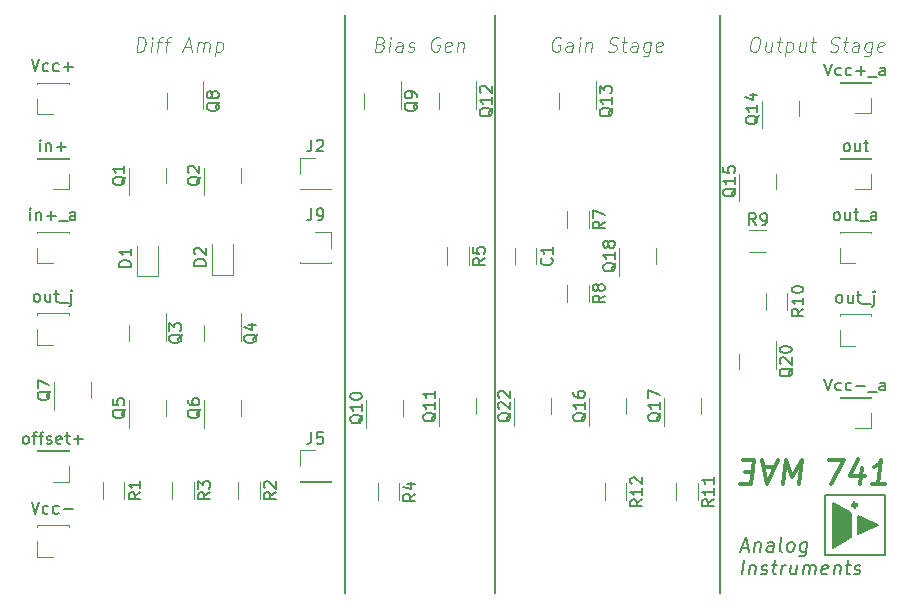
<source format=gto>
%TF.GenerationSoftware,KiCad,Pcbnew,(6.0.10)*%
%TF.CreationDate,2023-05-18T02:01:34+05:30*%
%TF.ProjectId,EVM_741_signal_routing,45564d5f-3734-4315-9f73-69676e616c5f,rev?*%
%TF.SameCoordinates,Original*%
%TF.FileFunction,Legend,Top*%
%TF.FilePolarity,Positive*%
%FSLAX46Y46*%
G04 Gerber Fmt 4.6, Leading zero omitted, Abs format (unit mm)*
G04 Created by KiCad (PCBNEW (6.0.10)) date 2023-05-18 02:01:34*
%MOMM*%
%LPD*%
G01*
G04 APERTURE LIST*
%ADD10C,0.329000*%
%ADD11C,0.150000*%
%ADD12C,0.200000*%
%ADD13C,0.100000*%
%ADD14C,0.300000*%
%ADD15C,0.120000*%
G04 APERTURE END LIST*
D10*
X112483300Y-80213200D02*
G75*
G03*
X112483300Y-80213200I-164500J0D01*
G01*
D11*
G36*
X112014000Y-80899000D02*
G01*
X112014000Y-82931000D01*
X110490000Y-83820000D01*
X110490000Y-80010000D01*
X112014000Y-80899000D01*
G37*
X112014000Y-80899000D02*
X112014000Y-82931000D01*
X110490000Y-83820000D01*
X110490000Y-80010000D01*
X112014000Y-80899000D01*
G36*
X114300000Y-81915000D02*
G01*
X112649000Y-82677000D01*
X112649000Y-81153000D01*
X114300000Y-81915000D01*
G37*
X114300000Y-81915000D02*
X112649000Y-82677000D01*
X112649000Y-81153000D01*
X114300000Y-81915000D01*
X109855000Y-79375000D02*
X114935000Y-79375000D01*
X114935000Y-79375000D02*
X114935000Y-84455000D01*
X114935000Y-84455000D02*
X109855000Y-84455000D01*
X109855000Y-84455000D02*
X109855000Y-79375000D01*
D12*
X102770571Y-83816000D02*
X103342000Y-83816000D01*
X102613428Y-84158857D02*
X103163428Y-82958857D01*
X103413428Y-84158857D01*
X103913428Y-83358857D02*
X103813428Y-84158857D01*
X103899142Y-83473142D02*
X103963428Y-83416000D01*
X104084857Y-83358857D01*
X104256285Y-83358857D01*
X104363428Y-83416000D01*
X104406285Y-83530285D01*
X104327714Y-84158857D01*
X105413428Y-84158857D02*
X105492000Y-83530285D01*
X105449142Y-83416000D01*
X105342000Y-83358857D01*
X105113428Y-83358857D01*
X104992000Y-83416000D01*
X105420571Y-84101714D02*
X105299142Y-84158857D01*
X105013428Y-84158857D01*
X104906285Y-84101714D01*
X104863428Y-83987428D01*
X104877714Y-83873142D01*
X104949142Y-83758857D01*
X105070571Y-83701714D01*
X105356285Y-83701714D01*
X105477714Y-83644571D01*
X106156285Y-84158857D02*
X106049142Y-84101714D01*
X106006285Y-83987428D01*
X106134857Y-82958857D01*
X106784857Y-84158857D02*
X106677714Y-84101714D01*
X106627714Y-84044571D01*
X106584857Y-83930285D01*
X106627714Y-83587428D01*
X106699142Y-83473142D01*
X106763428Y-83416000D01*
X106884857Y-83358857D01*
X107056285Y-83358857D01*
X107163428Y-83416000D01*
X107213428Y-83473142D01*
X107256285Y-83587428D01*
X107213428Y-83930285D01*
X107142000Y-84044571D01*
X107077714Y-84101714D01*
X106956285Y-84158857D01*
X106784857Y-84158857D01*
X108313428Y-83358857D02*
X108192000Y-84330285D01*
X108120571Y-84444571D01*
X108056285Y-84501714D01*
X107934857Y-84558857D01*
X107763428Y-84558857D01*
X107656285Y-84501714D01*
X108220571Y-84101714D02*
X108099142Y-84158857D01*
X107870571Y-84158857D01*
X107763428Y-84101714D01*
X107713428Y-84044571D01*
X107670571Y-83930285D01*
X107713428Y-83587428D01*
X107784857Y-83473142D01*
X107849142Y-83416000D01*
X107970571Y-83358857D01*
X108199142Y-83358857D01*
X108306285Y-83416000D01*
X102784857Y-86090857D02*
X102934857Y-84890857D01*
X103456285Y-85290857D02*
X103356285Y-86090857D01*
X103442000Y-85405142D02*
X103506285Y-85348000D01*
X103627714Y-85290857D01*
X103799142Y-85290857D01*
X103906285Y-85348000D01*
X103949142Y-85462285D01*
X103870571Y-86090857D01*
X104392000Y-86033714D02*
X104499142Y-86090857D01*
X104727714Y-86090857D01*
X104849142Y-86033714D01*
X104920571Y-85919428D01*
X104927714Y-85862285D01*
X104884857Y-85748000D01*
X104777714Y-85690857D01*
X104606285Y-85690857D01*
X104499142Y-85633714D01*
X104456285Y-85519428D01*
X104463428Y-85462285D01*
X104534857Y-85348000D01*
X104656285Y-85290857D01*
X104827714Y-85290857D01*
X104934857Y-85348000D01*
X105342000Y-85290857D02*
X105799142Y-85290857D01*
X105563428Y-84890857D02*
X105434857Y-85919428D01*
X105477714Y-86033714D01*
X105584857Y-86090857D01*
X105699142Y-86090857D01*
X106099142Y-86090857D02*
X106199142Y-85290857D01*
X106170571Y-85519428D02*
X106242000Y-85405142D01*
X106306285Y-85348000D01*
X106427714Y-85290857D01*
X106542000Y-85290857D01*
X107456285Y-85290857D02*
X107356285Y-86090857D01*
X106942000Y-85290857D02*
X106863428Y-85919428D01*
X106906285Y-86033714D01*
X107013428Y-86090857D01*
X107184857Y-86090857D01*
X107306285Y-86033714D01*
X107370571Y-85976571D01*
X107927714Y-86090857D02*
X108027714Y-85290857D01*
X108013428Y-85405142D02*
X108077714Y-85348000D01*
X108199142Y-85290857D01*
X108370571Y-85290857D01*
X108477714Y-85348000D01*
X108520571Y-85462285D01*
X108442000Y-86090857D01*
X108520571Y-85462285D02*
X108592000Y-85348000D01*
X108713428Y-85290857D01*
X108884857Y-85290857D01*
X108992000Y-85348000D01*
X109034857Y-85462285D01*
X108956285Y-86090857D01*
X109992000Y-86033714D02*
X109870571Y-86090857D01*
X109642000Y-86090857D01*
X109534857Y-86033714D01*
X109492000Y-85919428D01*
X109549142Y-85462285D01*
X109620571Y-85348000D01*
X109742000Y-85290857D01*
X109970571Y-85290857D01*
X110077714Y-85348000D01*
X110120571Y-85462285D01*
X110106285Y-85576571D01*
X109520571Y-85690857D01*
X110656285Y-85290857D02*
X110556285Y-86090857D01*
X110642000Y-85405142D02*
X110706285Y-85348000D01*
X110827714Y-85290857D01*
X110999142Y-85290857D01*
X111106285Y-85348000D01*
X111149142Y-85462285D01*
X111070571Y-86090857D01*
X111570571Y-85290857D02*
X112027714Y-85290857D01*
X111792000Y-84890857D02*
X111663428Y-85919428D01*
X111706285Y-86033714D01*
X111813428Y-86090857D01*
X111927714Y-86090857D01*
X112277714Y-86033714D02*
X112384857Y-86090857D01*
X112613428Y-86090857D01*
X112734857Y-86033714D01*
X112806285Y-85919428D01*
X112813428Y-85862285D01*
X112770571Y-85748000D01*
X112663428Y-85690857D01*
X112492000Y-85690857D01*
X112384857Y-85633714D01*
X112342000Y-85519428D01*
X112349142Y-85462285D01*
X112420571Y-85348000D01*
X112542000Y-85290857D01*
X112713428Y-85290857D01*
X112820571Y-85348000D01*
D13*
X103856392Y-40617857D02*
X104084964Y-40617857D01*
X104192107Y-40675000D01*
X104292107Y-40789285D01*
X104320678Y-41017857D01*
X104270678Y-41417857D01*
X104184964Y-41646428D01*
X104056392Y-41760714D01*
X103934964Y-41817857D01*
X103706392Y-41817857D01*
X103599250Y-41760714D01*
X103499250Y-41646428D01*
X103470678Y-41417857D01*
X103520678Y-41017857D01*
X103606392Y-40789285D01*
X103734964Y-40675000D01*
X103856392Y-40617857D01*
X105349250Y-41017857D02*
X105249250Y-41817857D01*
X104834964Y-41017857D02*
X104756392Y-41646428D01*
X104799250Y-41760714D01*
X104906392Y-41817857D01*
X105077821Y-41817857D01*
X105199250Y-41760714D01*
X105263535Y-41703571D01*
X105749250Y-41017857D02*
X106206392Y-41017857D01*
X105970678Y-40617857D02*
X105842107Y-41646428D01*
X105884964Y-41760714D01*
X105992107Y-41817857D01*
X106106392Y-41817857D01*
X106606392Y-41017857D02*
X106456392Y-42217857D01*
X106599250Y-41075000D02*
X106720678Y-41017857D01*
X106949250Y-41017857D01*
X107056392Y-41075000D01*
X107106392Y-41132142D01*
X107149250Y-41246428D01*
X107106392Y-41589285D01*
X107034964Y-41703571D01*
X106970678Y-41760714D01*
X106849250Y-41817857D01*
X106620678Y-41817857D01*
X106513535Y-41760714D01*
X108206392Y-41017857D02*
X108106392Y-41817857D01*
X107692107Y-41017857D02*
X107613535Y-41646428D01*
X107656392Y-41760714D01*
X107763535Y-41817857D01*
X107934964Y-41817857D01*
X108056392Y-41760714D01*
X108120678Y-41703571D01*
X108606392Y-41017857D02*
X109063535Y-41017857D01*
X108827821Y-40617857D02*
X108699250Y-41646428D01*
X108742107Y-41760714D01*
X108849250Y-41817857D01*
X108963535Y-41817857D01*
X110227821Y-41760714D02*
X110392107Y-41817857D01*
X110677821Y-41817857D01*
X110799250Y-41760714D01*
X110863535Y-41703571D01*
X110934964Y-41589285D01*
X110949250Y-41475000D01*
X110906392Y-41360714D01*
X110856392Y-41303571D01*
X110749250Y-41246428D01*
X110527821Y-41189285D01*
X110420678Y-41132142D01*
X110370678Y-41075000D01*
X110327821Y-40960714D01*
X110342107Y-40846428D01*
X110413535Y-40732142D01*
X110477821Y-40675000D01*
X110599250Y-40617857D01*
X110884964Y-40617857D01*
X111049250Y-40675000D01*
X111349250Y-41017857D02*
X111806392Y-41017857D01*
X111570678Y-40617857D02*
X111442107Y-41646428D01*
X111484964Y-41760714D01*
X111592107Y-41817857D01*
X111706392Y-41817857D01*
X112620678Y-41817857D02*
X112699250Y-41189285D01*
X112656392Y-41075000D01*
X112549250Y-41017857D01*
X112320678Y-41017857D01*
X112199250Y-41075000D01*
X112627821Y-41760714D02*
X112506392Y-41817857D01*
X112220678Y-41817857D01*
X112113535Y-41760714D01*
X112070678Y-41646428D01*
X112084964Y-41532142D01*
X112156392Y-41417857D01*
X112277821Y-41360714D01*
X112563535Y-41360714D01*
X112684964Y-41303571D01*
X113806392Y-41017857D02*
X113684964Y-41989285D01*
X113613535Y-42103571D01*
X113549250Y-42160714D01*
X113427821Y-42217857D01*
X113256392Y-42217857D01*
X113149250Y-42160714D01*
X113713535Y-41760714D02*
X113592107Y-41817857D01*
X113363535Y-41817857D01*
X113256392Y-41760714D01*
X113206392Y-41703571D01*
X113163535Y-41589285D01*
X113206392Y-41246428D01*
X113277821Y-41132142D01*
X113342107Y-41075000D01*
X113463535Y-41017857D01*
X113692107Y-41017857D01*
X113799250Y-41075000D01*
X114742107Y-41760714D02*
X114620678Y-41817857D01*
X114392107Y-41817857D01*
X114284964Y-41760714D01*
X114242107Y-41646428D01*
X114299250Y-41189285D01*
X114370678Y-41075000D01*
X114492107Y-41017857D01*
X114720678Y-41017857D01*
X114827821Y-41075000D01*
X114870678Y-41189285D01*
X114856392Y-41303571D01*
X114270678Y-41417857D01*
D11*
X100965000Y-87630000D02*
X100965000Y-38735000D01*
X69215000Y-87630000D02*
X69215000Y-38735000D01*
X81915000Y-87630000D02*
X81915000Y-38735000D01*
D14*
X103717130Y-77377942D02*
X103050464Y-77377942D01*
X102633797Y-78425561D02*
X103586178Y-78425561D01*
X103836178Y-76425561D01*
X102883797Y-76425561D01*
X104621892Y-76996990D02*
X105574273Y-76996990D01*
X104502845Y-76425561D02*
X104919511Y-78425561D01*
X105836178Y-76425561D01*
X106252845Y-78425561D02*
X106502845Y-76425561D01*
X106990940Y-77854133D01*
X107836178Y-76425561D01*
X107586178Y-78425561D01*
X110121892Y-76425561D02*
X111455226Y-76425561D01*
X110348083Y-78425561D01*
X112990940Y-77092228D02*
X112824273Y-78425561D01*
X112609988Y-76330323D02*
X111955226Y-77758895D01*
X113193321Y-77758895D01*
X114919511Y-78425561D02*
X113776654Y-78425561D01*
X114348083Y-78425561D02*
X114598083Y-76425561D01*
X114371892Y-76711276D01*
X114157607Y-76901752D01*
X113955226Y-76996990D01*
D13*
X87440678Y-40675000D02*
X87333535Y-40617857D01*
X87162107Y-40617857D01*
X86983535Y-40675000D01*
X86854964Y-40789285D01*
X86783535Y-40903571D01*
X86697821Y-41132142D01*
X86676392Y-41303571D01*
X86704964Y-41532142D01*
X86747821Y-41646428D01*
X86847821Y-41760714D01*
X87012107Y-41817857D01*
X87126392Y-41817857D01*
X87304964Y-41760714D01*
X87369250Y-41703571D01*
X87419250Y-41303571D01*
X87190678Y-41303571D01*
X88383535Y-41817857D02*
X88462107Y-41189285D01*
X88419250Y-41075000D01*
X88312107Y-41017857D01*
X88083535Y-41017857D01*
X87962107Y-41075000D01*
X88390678Y-41760714D02*
X88269250Y-41817857D01*
X87983535Y-41817857D01*
X87876392Y-41760714D01*
X87833535Y-41646428D01*
X87847821Y-41532142D01*
X87919250Y-41417857D01*
X88040678Y-41360714D01*
X88326392Y-41360714D01*
X88447821Y-41303571D01*
X88954964Y-41817857D02*
X89054964Y-41017857D01*
X89104964Y-40617857D02*
X89040678Y-40675000D01*
X89090678Y-40732142D01*
X89154964Y-40675000D01*
X89104964Y-40617857D01*
X89090678Y-40732142D01*
X89626392Y-41017857D02*
X89526392Y-41817857D01*
X89612107Y-41132142D02*
X89676392Y-41075000D01*
X89797821Y-41017857D01*
X89969250Y-41017857D01*
X90076392Y-41075000D01*
X90119250Y-41189285D01*
X90040678Y-41817857D01*
X91476392Y-41760714D02*
X91640678Y-41817857D01*
X91926392Y-41817857D01*
X92047821Y-41760714D01*
X92112107Y-41703571D01*
X92183535Y-41589285D01*
X92197821Y-41475000D01*
X92154964Y-41360714D01*
X92104964Y-41303571D01*
X91997821Y-41246428D01*
X91776392Y-41189285D01*
X91669250Y-41132142D01*
X91619250Y-41075000D01*
X91576392Y-40960714D01*
X91590678Y-40846428D01*
X91662107Y-40732142D01*
X91726392Y-40675000D01*
X91847821Y-40617857D01*
X92133535Y-40617857D01*
X92297821Y-40675000D01*
X92597821Y-41017857D02*
X93054964Y-41017857D01*
X92819250Y-40617857D02*
X92690678Y-41646428D01*
X92733535Y-41760714D01*
X92840678Y-41817857D01*
X92954964Y-41817857D01*
X93869250Y-41817857D02*
X93947821Y-41189285D01*
X93904964Y-41075000D01*
X93797821Y-41017857D01*
X93569250Y-41017857D01*
X93447821Y-41075000D01*
X93876392Y-41760714D02*
X93754964Y-41817857D01*
X93469250Y-41817857D01*
X93362107Y-41760714D01*
X93319250Y-41646428D01*
X93333535Y-41532142D01*
X93404964Y-41417857D01*
X93526392Y-41360714D01*
X93812107Y-41360714D01*
X93933535Y-41303571D01*
X95054964Y-41017857D02*
X94933535Y-41989285D01*
X94862107Y-42103571D01*
X94797821Y-42160714D01*
X94676392Y-42217857D01*
X94504964Y-42217857D01*
X94397821Y-42160714D01*
X94962107Y-41760714D02*
X94840678Y-41817857D01*
X94612107Y-41817857D01*
X94504964Y-41760714D01*
X94454964Y-41703571D01*
X94412107Y-41589285D01*
X94454964Y-41246428D01*
X94526392Y-41132142D01*
X94590678Y-41075000D01*
X94712107Y-41017857D01*
X94940678Y-41017857D01*
X95047821Y-41075000D01*
X95990678Y-41760714D02*
X95869250Y-41817857D01*
X95640678Y-41817857D01*
X95533535Y-41760714D01*
X95490678Y-41646428D01*
X95547821Y-41189285D01*
X95619250Y-41075000D01*
X95740678Y-41017857D01*
X95969250Y-41017857D01*
X96076392Y-41075000D01*
X96119250Y-41189285D01*
X96104964Y-41303571D01*
X95519250Y-41417857D01*
X51531392Y-41817857D02*
X51681392Y-40617857D01*
X51967107Y-40617857D01*
X52131392Y-40675000D01*
X52231392Y-40789285D01*
X52274250Y-40903571D01*
X52302821Y-41132142D01*
X52281392Y-41303571D01*
X52195678Y-41532142D01*
X52124250Y-41646428D01*
X51995678Y-41760714D01*
X51817107Y-41817857D01*
X51531392Y-41817857D01*
X52731392Y-41817857D02*
X52831392Y-41017857D01*
X52881392Y-40617857D02*
X52817107Y-40675000D01*
X52867107Y-40732142D01*
X52931392Y-40675000D01*
X52881392Y-40617857D01*
X52867107Y-40732142D01*
X53231392Y-41017857D02*
X53688535Y-41017857D01*
X53302821Y-41817857D02*
X53431392Y-40789285D01*
X53502821Y-40675000D01*
X53624250Y-40617857D01*
X53738535Y-40617857D01*
X53917107Y-41017857D02*
X54374250Y-41017857D01*
X53988535Y-41817857D02*
X54117107Y-40789285D01*
X54188535Y-40675000D01*
X54309964Y-40617857D01*
X54424250Y-40617857D01*
X55574250Y-41475000D02*
X56145678Y-41475000D01*
X55417107Y-41817857D02*
X55967107Y-40617857D01*
X56217107Y-41817857D01*
X56617107Y-41817857D02*
X56717107Y-41017857D01*
X56702821Y-41132142D02*
X56767107Y-41075000D01*
X56888535Y-41017857D01*
X57059964Y-41017857D01*
X57167107Y-41075000D01*
X57209964Y-41189285D01*
X57131392Y-41817857D01*
X57209964Y-41189285D02*
X57281392Y-41075000D01*
X57402821Y-41017857D01*
X57574250Y-41017857D01*
X57681392Y-41075000D01*
X57724250Y-41189285D01*
X57645678Y-41817857D01*
X58317107Y-41017857D02*
X58167107Y-42217857D01*
X58309964Y-41075000D02*
X58431392Y-41017857D01*
X58659964Y-41017857D01*
X58767107Y-41075000D01*
X58817107Y-41132142D01*
X58859964Y-41246428D01*
X58817107Y-41589285D01*
X58745678Y-41703571D01*
X58681392Y-41760714D01*
X58559964Y-41817857D01*
X58331392Y-41817857D01*
X58224250Y-41760714D01*
X72187107Y-41189285D02*
X72351392Y-41246428D01*
X72401392Y-41303571D01*
X72444250Y-41417857D01*
X72422821Y-41589285D01*
X72351392Y-41703571D01*
X72287107Y-41760714D01*
X72165678Y-41817857D01*
X71708535Y-41817857D01*
X71858535Y-40617857D01*
X72258535Y-40617857D01*
X72365678Y-40675000D01*
X72415678Y-40732142D01*
X72458535Y-40846428D01*
X72444250Y-40960714D01*
X72372821Y-41075000D01*
X72308535Y-41132142D01*
X72187107Y-41189285D01*
X71787107Y-41189285D01*
X72908535Y-41817857D02*
X73008535Y-41017857D01*
X73058535Y-40617857D02*
X72994250Y-40675000D01*
X73044250Y-40732142D01*
X73108535Y-40675000D01*
X73058535Y-40617857D01*
X73044250Y-40732142D01*
X73994250Y-41817857D02*
X74072821Y-41189285D01*
X74029964Y-41075000D01*
X73922821Y-41017857D01*
X73694250Y-41017857D01*
X73572821Y-41075000D01*
X74001392Y-41760714D02*
X73879964Y-41817857D01*
X73594250Y-41817857D01*
X73487107Y-41760714D01*
X73444250Y-41646428D01*
X73458535Y-41532142D01*
X73529964Y-41417857D01*
X73651392Y-41360714D01*
X73937107Y-41360714D01*
X74058535Y-41303571D01*
X74515678Y-41760714D02*
X74622821Y-41817857D01*
X74851392Y-41817857D01*
X74972821Y-41760714D01*
X75044250Y-41646428D01*
X75051392Y-41589285D01*
X75008535Y-41475000D01*
X74901392Y-41417857D01*
X74729964Y-41417857D01*
X74622821Y-41360714D01*
X74579964Y-41246428D01*
X74587107Y-41189285D01*
X74658535Y-41075000D01*
X74779964Y-41017857D01*
X74951392Y-41017857D01*
X75058535Y-41075000D01*
X77222821Y-40675000D02*
X77115678Y-40617857D01*
X76944250Y-40617857D01*
X76765678Y-40675000D01*
X76637107Y-40789285D01*
X76565678Y-40903571D01*
X76479964Y-41132142D01*
X76458535Y-41303571D01*
X76487107Y-41532142D01*
X76529964Y-41646428D01*
X76629964Y-41760714D01*
X76794250Y-41817857D01*
X76908535Y-41817857D01*
X77087107Y-41760714D01*
X77151392Y-41703571D01*
X77201392Y-41303571D01*
X76972821Y-41303571D01*
X78115678Y-41760714D02*
X77994250Y-41817857D01*
X77765678Y-41817857D01*
X77658535Y-41760714D01*
X77615678Y-41646428D01*
X77672821Y-41189285D01*
X77744250Y-41075000D01*
X77865678Y-41017857D01*
X78094250Y-41017857D01*
X78201392Y-41075000D01*
X78244250Y-41189285D01*
X78229964Y-41303571D01*
X77644250Y-41417857D01*
X78779964Y-41017857D02*
X78679964Y-41817857D01*
X78765678Y-41132142D02*
X78829964Y-41075000D01*
X78951392Y-41017857D01*
X79122821Y-41017857D01*
X79229964Y-41075000D01*
X79272821Y-41189285D01*
X79194250Y-41817857D01*
D11*
%TO.C,J14*%
X109752142Y-69512380D02*
X110085476Y-70512380D01*
X110418809Y-69512380D01*
X111180714Y-70464761D02*
X111085476Y-70512380D01*
X110895000Y-70512380D01*
X110799761Y-70464761D01*
X110752142Y-70417142D01*
X110704523Y-70321904D01*
X110704523Y-70036190D01*
X110752142Y-69940952D01*
X110799761Y-69893333D01*
X110895000Y-69845714D01*
X111085476Y-69845714D01*
X111180714Y-69893333D01*
X112037857Y-70464761D02*
X111942619Y-70512380D01*
X111752142Y-70512380D01*
X111656904Y-70464761D01*
X111609285Y-70417142D01*
X111561666Y-70321904D01*
X111561666Y-70036190D01*
X111609285Y-69940952D01*
X111656904Y-69893333D01*
X111752142Y-69845714D01*
X111942619Y-69845714D01*
X112037857Y-69893333D01*
X112466428Y-70131428D02*
X113228333Y-70131428D01*
X113466428Y-70607619D02*
X114228333Y-70607619D01*
X114895000Y-70512380D02*
X114895000Y-69988571D01*
X114847380Y-69893333D01*
X114752142Y-69845714D01*
X114561666Y-69845714D01*
X114466428Y-69893333D01*
X114895000Y-70464761D02*
X114799761Y-70512380D01*
X114561666Y-70512380D01*
X114466428Y-70464761D01*
X114418809Y-70369523D01*
X114418809Y-70274285D01*
X114466428Y-70179047D01*
X114561666Y-70131428D01*
X114799761Y-70131428D01*
X114895000Y-70083809D01*
%TO.C,J13*%
X109752142Y-42842380D02*
X110085476Y-43842380D01*
X110418809Y-42842380D01*
X111180714Y-43794761D02*
X111085476Y-43842380D01*
X110895000Y-43842380D01*
X110799761Y-43794761D01*
X110752142Y-43747142D01*
X110704523Y-43651904D01*
X110704523Y-43366190D01*
X110752142Y-43270952D01*
X110799761Y-43223333D01*
X110895000Y-43175714D01*
X111085476Y-43175714D01*
X111180714Y-43223333D01*
X112037857Y-43794761D02*
X111942619Y-43842380D01*
X111752142Y-43842380D01*
X111656904Y-43794761D01*
X111609285Y-43747142D01*
X111561666Y-43651904D01*
X111561666Y-43366190D01*
X111609285Y-43270952D01*
X111656904Y-43223333D01*
X111752142Y-43175714D01*
X111942619Y-43175714D01*
X112037857Y-43223333D01*
X112466428Y-43461428D02*
X113228333Y-43461428D01*
X112847380Y-43842380D02*
X112847380Y-43080476D01*
X113466428Y-43937619D02*
X114228333Y-43937619D01*
X114895000Y-43842380D02*
X114895000Y-43318571D01*
X114847380Y-43223333D01*
X114752142Y-43175714D01*
X114561666Y-43175714D01*
X114466428Y-43223333D01*
X114895000Y-43794761D02*
X114799761Y-43842380D01*
X114561666Y-43842380D01*
X114466428Y-43794761D01*
X114418809Y-43699523D01*
X114418809Y-43604285D01*
X114466428Y-43509047D01*
X114561666Y-43461428D01*
X114799761Y-43461428D01*
X114895000Y-43413809D01*
%TO.C,J12*%
X43021428Y-63004880D02*
X42926190Y-62957261D01*
X42878571Y-62909642D01*
X42830952Y-62814404D01*
X42830952Y-62528690D01*
X42878571Y-62433452D01*
X42926190Y-62385833D01*
X43021428Y-62338214D01*
X43164285Y-62338214D01*
X43259523Y-62385833D01*
X43307142Y-62433452D01*
X43354761Y-62528690D01*
X43354761Y-62814404D01*
X43307142Y-62909642D01*
X43259523Y-62957261D01*
X43164285Y-63004880D01*
X43021428Y-63004880D01*
X44211904Y-62338214D02*
X44211904Y-63004880D01*
X43783333Y-62338214D02*
X43783333Y-62862023D01*
X43830952Y-62957261D01*
X43926190Y-63004880D01*
X44069047Y-63004880D01*
X44164285Y-62957261D01*
X44211904Y-62909642D01*
X44545238Y-62338214D02*
X44926190Y-62338214D01*
X44688095Y-62004880D02*
X44688095Y-62862023D01*
X44735714Y-62957261D01*
X44830952Y-63004880D01*
X44926190Y-63004880D01*
X45021428Y-63100119D02*
X45783333Y-63100119D01*
X46021428Y-62338214D02*
X46021428Y-63195357D01*
X45973809Y-63290595D01*
X45878571Y-63338214D01*
X45830952Y-63338214D01*
X46021428Y-62004880D02*
X45973809Y-62052500D01*
X46021428Y-62100119D01*
X46069047Y-62052500D01*
X46021428Y-62004880D01*
X46021428Y-62100119D01*
%TO.C,J11*%
X110966428Y-63087380D02*
X110871190Y-63039761D01*
X110823571Y-62992142D01*
X110775952Y-62896904D01*
X110775952Y-62611190D01*
X110823571Y-62515952D01*
X110871190Y-62468333D01*
X110966428Y-62420714D01*
X111109285Y-62420714D01*
X111204523Y-62468333D01*
X111252142Y-62515952D01*
X111299761Y-62611190D01*
X111299761Y-62896904D01*
X111252142Y-62992142D01*
X111204523Y-63039761D01*
X111109285Y-63087380D01*
X110966428Y-63087380D01*
X112156904Y-62420714D02*
X112156904Y-63087380D01*
X111728333Y-62420714D02*
X111728333Y-62944523D01*
X111775952Y-63039761D01*
X111871190Y-63087380D01*
X112014047Y-63087380D01*
X112109285Y-63039761D01*
X112156904Y-62992142D01*
X112490238Y-62420714D02*
X112871190Y-62420714D01*
X112633095Y-62087380D02*
X112633095Y-62944523D01*
X112680714Y-63039761D01*
X112775952Y-63087380D01*
X112871190Y-63087380D01*
X112966428Y-63182619D02*
X113728333Y-63182619D01*
X113966428Y-62420714D02*
X113966428Y-63277857D01*
X113918809Y-63373095D01*
X113823571Y-63420714D01*
X113775952Y-63420714D01*
X113966428Y-62087380D02*
X113918809Y-62135000D01*
X113966428Y-62182619D01*
X114014047Y-62135000D01*
X113966428Y-62087380D01*
X113966428Y-62182619D01*
%TO.C,J10*%
X110752142Y-56102380D02*
X110656904Y-56054761D01*
X110609285Y-56007142D01*
X110561666Y-55911904D01*
X110561666Y-55626190D01*
X110609285Y-55530952D01*
X110656904Y-55483333D01*
X110752142Y-55435714D01*
X110895000Y-55435714D01*
X110990238Y-55483333D01*
X111037857Y-55530952D01*
X111085476Y-55626190D01*
X111085476Y-55911904D01*
X111037857Y-56007142D01*
X110990238Y-56054761D01*
X110895000Y-56102380D01*
X110752142Y-56102380D01*
X111942619Y-55435714D02*
X111942619Y-56102380D01*
X111514047Y-55435714D02*
X111514047Y-55959523D01*
X111561666Y-56054761D01*
X111656904Y-56102380D01*
X111799761Y-56102380D01*
X111895000Y-56054761D01*
X111942619Y-56007142D01*
X112275952Y-55435714D02*
X112656904Y-55435714D01*
X112418809Y-55102380D02*
X112418809Y-55959523D01*
X112466428Y-56054761D01*
X112561666Y-56102380D01*
X112656904Y-56102380D01*
X112752142Y-56197619D02*
X113514047Y-56197619D01*
X114180714Y-56102380D02*
X114180714Y-55578571D01*
X114133095Y-55483333D01*
X114037857Y-55435714D01*
X113847380Y-55435714D01*
X113752142Y-55483333D01*
X114180714Y-56054761D02*
X114085476Y-56102380D01*
X113847380Y-56102380D01*
X113752142Y-56054761D01*
X113704523Y-55959523D01*
X113704523Y-55864285D01*
X113752142Y-55769047D01*
X113847380Y-55721428D01*
X114085476Y-55721428D01*
X114180714Y-55673809D01*
%TO.C,J9*%
X66341666Y-55102380D02*
X66341666Y-55816666D01*
X66294047Y-55959523D01*
X66198809Y-56054761D01*
X66055952Y-56102380D01*
X65960714Y-56102380D01*
X66865476Y-56102380D02*
X67055952Y-56102380D01*
X67151190Y-56054761D01*
X67198809Y-56007142D01*
X67294047Y-55864285D01*
X67341666Y-55673809D01*
X67341666Y-55292857D01*
X67294047Y-55197619D01*
X67246428Y-55150000D01*
X67151190Y-55102380D01*
X66960714Y-55102380D01*
X66865476Y-55150000D01*
X66817857Y-55197619D01*
X66770238Y-55292857D01*
X66770238Y-55530952D01*
X66817857Y-55626190D01*
X66865476Y-55673809D01*
X66960714Y-55721428D01*
X67151190Y-55721428D01*
X67246428Y-55673809D01*
X67294047Y-55626190D01*
X67341666Y-55530952D01*
%TO.C,J8*%
X42545238Y-56102380D02*
X42545238Y-55435714D01*
X42545238Y-55102380D02*
X42497619Y-55150000D01*
X42545238Y-55197619D01*
X42592857Y-55150000D01*
X42545238Y-55102380D01*
X42545238Y-55197619D01*
X43021428Y-55435714D02*
X43021428Y-56102380D01*
X43021428Y-55530952D02*
X43069047Y-55483333D01*
X43164285Y-55435714D01*
X43307142Y-55435714D01*
X43402380Y-55483333D01*
X43450000Y-55578571D01*
X43450000Y-56102380D01*
X43926190Y-55721428D02*
X44688095Y-55721428D01*
X44307142Y-56102380D02*
X44307142Y-55340476D01*
X44926190Y-56197619D02*
X45688095Y-56197619D01*
X46354761Y-56102380D02*
X46354761Y-55578571D01*
X46307142Y-55483333D01*
X46211904Y-55435714D01*
X46021428Y-55435714D01*
X45926190Y-55483333D01*
X46354761Y-56054761D02*
X46259523Y-56102380D01*
X46021428Y-56102380D01*
X45926190Y-56054761D01*
X45878571Y-55959523D01*
X45878571Y-55864285D01*
X45926190Y-55769047D01*
X46021428Y-55721428D01*
X46259523Y-55721428D01*
X46354761Y-55673809D01*
%TO.C,J7*%
X42640476Y-42479880D02*
X42973809Y-43479880D01*
X43307142Y-42479880D01*
X44069047Y-43432261D02*
X43973809Y-43479880D01*
X43783333Y-43479880D01*
X43688095Y-43432261D01*
X43640476Y-43384642D01*
X43592857Y-43289404D01*
X43592857Y-43003690D01*
X43640476Y-42908452D01*
X43688095Y-42860833D01*
X43783333Y-42813214D01*
X43973809Y-42813214D01*
X44069047Y-42860833D01*
X44926190Y-43432261D02*
X44830952Y-43479880D01*
X44640476Y-43479880D01*
X44545238Y-43432261D01*
X44497619Y-43384642D01*
X44450000Y-43289404D01*
X44450000Y-43003690D01*
X44497619Y-42908452D01*
X44545238Y-42860833D01*
X44640476Y-42813214D01*
X44830952Y-42813214D01*
X44926190Y-42860833D01*
X45354761Y-43098928D02*
X46116666Y-43098928D01*
X45735714Y-43479880D02*
X45735714Y-42717976D01*
%TO.C,J4*%
X42640476Y-79944880D02*
X42973809Y-80944880D01*
X43307142Y-79944880D01*
X44069047Y-80897261D02*
X43973809Y-80944880D01*
X43783333Y-80944880D01*
X43688095Y-80897261D01*
X43640476Y-80849642D01*
X43592857Y-80754404D01*
X43592857Y-80468690D01*
X43640476Y-80373452D01*
X43688095Y-80325833D01*
X43783333Y-80278214D01*
X43973809Y-80278214D01*
X44069047Y-80325833D01*
X44926190Y-80897261D02*
X44830952Y-80944880D01*
X44640476Y-80944880D01*
X44545238Y-80897261D01*
X44497619Y-80849642D01*
X44450000Y-80754404D01*
X44450000Y-80468690D01*
X44497619Y-80373452D01*
X44545238Y-80325833D01*
X44640476Y-80278214D01*
X44830952Y-80278214D01*
X44926190Y-80325833D01*
X45354761Y-80563928D02*
X46116666Y-80563928D01*
%TO.C,J3*%
X43378571Y-50269880D02*
X43378571Y-49603214D01*
X43378571Y-49269880D02*
X43330952Y-49317500D01*
X43378571Y-49365119D01*
X43426190Y-49317500D01*
X43378571Y-49269880D01*
X43378571Y-49365119D01*
X43854761Y-49603214D02*
X43854761Y-50269880D01*
X43854761Y-49698452D02*
X43902380Y-49650833D01*
X43997619Y-49603214D01*
X44140476Y-49603214D01*
X44235714Y-49650833D01*
X44283333Y-49746071D01*
X44283333Y-50269880D01*
X44759523Y-49888928D02*
X45521428Y-49888928D01*
X45140476Y-50269880D02*
X45140476Y-49507976D01*
%TO.C,C1*%
X86662142Y-59299166D02*
X86709761Y-59346785D01*
X86757380Y-59489642D01*
X86757380Y-59584880D01*
X86709761Y-59727738D01*
X86614523Y-59822976D01*
X86519285Y-59870595D01*
X86328809Y-59918214D01*
X86185952Y-59918214D01*
X85995476Y-59870595D01*
X85900238Y-59822976D01*
X85805000Y-59727738D01*
X85757380Y-59584880D01*
X85757380Y-59489642D01*
X85805000Y-59346785D01*
X85852619Y-59299166D01*
X86757380Y-58346785D02*
X86757380Y-58918214D01*
X86757380Y-58632500D02*
X85757380Y-58632500D01*
X85900238Y-58727738D01*
X85995476Y-58822976D01*
X86043095Y-58918214D01*
%TO.C,D2*%
X57409880Y-59935595D02*
X56409880Y-59935595D01*
X56409880Y-59697500D01*
X56457500Y-59554642D01*
X56552738Y-59459404D01*
X56647976Y-59411785D01*
X56838452Y-59364166D01*
X56981309Y-59364166D01*
X57171785Y-59411785D01*
X57267023Y-59459404D01*
X57362261Y-59554642D01*
X57409880Y-59697500D01*
X57409880Y-59935595D01*
X56505119Y-58983214D02*
X56457500Y-58935595D01*
X56409880Y-58840357D01*
X56409880Y-58602261D01*
X56457500Y-58507023D01*
X56505119Y-58459404D01*
X56600357Y-58411785D01*
X56695595Y-58411785D01*
X56838452Y-58459404D01*
X57409880Y-59030833D01*
X57409880Y-58411785D01*
%TO.C,Q17*%
X95937619Y-72403928D02*
X95890000Y-72499166D01*
X95794761Y-72594404D01*
X95651904Y-72737261D01*
X95604285Y-72832500D01*
X95604285Y-72927738D01*
X95842380Y-72880119D02*
X95794761Y-72975357D01*
X95699523Y-73070595D01*
X95509047Y-73118214D01*
X95175714Y-73118214D01*
X94985238Y-73070595D01*
X94890000Y-72975357D01*
X94842380Y-72880119D01*
X94842380Y-72689642D01*
X94890000Y-72594404D01*
X94985238Y-72499166D01*
X95175714Y-72451547D01*
X95509047Y-72451547D01*
X95699523Y-72499166D01*
X95794761Y-72594404D01*
X95842380Y-72689642D01*
X95842380Y-72880119D01*
X95842380Y-71499166D02*
X95842380Y-72070595D01*
X95842380Y-71784880D02*
X94842380Y-71784880D01*
X94985238Y-71880119D01*
X95080476Y-71975357D01*
X95128095Y-72070595D01*
X94842380Y-71165833D02*
X94842380Y-70499166D01*
X95842380Y-70927738D01*
%TO.C,Q22*%
X83237619Y-72403928D02*
X83190000Y-72499166D01*
X83094761Y-72594404D01*
X82951904Y-72737261D01*
X82904285Y-72832500D01*
X82904285Y-72927738D01*
X83142380Y-72880119D02*
X83094761Y-72975357D01*
X82999523Y-73070595D01*
X82809047Y-73118214D01*
X82475714Y-73118214D01*
X82285238Y-73070595D01*
X82190000Y-72975357D01*
X82142380Y-72880119D01*
X82142380Y-72689642D01*
X82190000Y-72594404D01*
X82285238Y-72499166D01*
X82475714Y-72451547D01*
X82809047Y-72451547D01*
X82999523Y-72499166D01*
X83094761Y-72594404D01*
X83142380Y-72689642D01*
X83142380Y-72880119D01*
X82237619Y-72070595D02*
X82190000Y-72022976D01*
X82142380Y-71927738D01*
X82142380Y-71689642D01*
X82190000Y-71594404D01*
X82237619Y-71546785D01*
X82332857Y-71499166D01*
X82428095Y-71499166D01*
X82570952Y-71546785D01*
X83142380Y-72118214D01*
X83142380Y-71499166D01*
X82237619Y-71118214D02*
X82190000Y-71070595D01*
X82142380Y-70975357D01*
X82142380Y-70737261D01*
X82190000Y-70642023D01*
X82237619Y-70594404D01*
X82332857Y-70546785D01*
X82428095Y-70546785D01*
X82570952Y-70594404D01*
X83142380Y-71165833D01*
X83142380Y-70546785D01*
%TO.C,Q11*%
X76887619Y-72403928D02*
X76840000Y-72499166D01*
X76744761Y-72594404D01*
X76601904Y-72737261D01*
X76554285Y-72832500D01*
X76554285Y-72927738D01*
X76792380Y-72880119D02*
X76744761Y-72975357D01*
X76649523Y-73070595D01*
X76459047Y-73118214D01*
X76125714Y-73118214D01*
X75935238Y-73070595D01*
X75840000Y-72975357D01*
X75792380Y-72880119D01*
X75792380Y-72689642D01*
X75840000Y-72594404D01*
X75935238Y-72499166D01*
X76125714Y-72451547D01*
X76459047Y-72451547D01*
X76649523Y-72499166D01*
X76744761Y-72594404D01*
X76792380Y-72689642D01*
X76792380Y-72880119D01*
X76792380Y-71499166D02*
X76792380Y-72070595D01*
X76792380Y-71784880D02*
X75792380Y-71784880D01*
X75935238Y-71880119D01*
X76030476Y-71975357D01*
X76078095Y-72070595D01*
X76792380Y-70546785D02*
X76792380Y-71118214D01*
X76792380Y-70832500D02*
X75792380Y-70832500D01*
X75935238Y-70927738D01*
X76030476Y-71022976D01*
X76078095Y-71118214D01*
%TO.C,Q7*%
X44255119Y-70580238D02*
X44207500Y-70675476D01*
X44112261Y-70770714D01*
X43969404Y-70913571D01*
X43921785Y-71008809D01*
X43921785Y-71104047D01*
X44159880Y-71056428D02*
X44112261Y-71151666D01*
X44017023Y-71246904D01*
X43826547Y-71294523D01*
X43493214Y-71294523D01*
X43302738Y-71246904D01*
X43207500Y-71151666D01*
X43159880Y-71056428D01*
X43159880Y-70865952D01*
X43207500Y-70770714D01*
X43302738Y-70675476D01*
X43493214Y-70627857D01*
X43826547Y-70627857D01*
X44017023Y-70675476D01*
X44112261Y-70770714D01*
X44159880Y-70865952D01*
X44159880Y-71056428D01*
X43159880Y-70294523D02*
X43159880Y-69627857D01*
X44159880Y-70056428D01*
%TO.C,Q13*%
X91847619Y-46578928D02*
X91800000Y-46674166D01*
X91704761Y-46769404D01*
X91561904Y-46912261D01*
X91514285Y-47007500D01*
X91514285Y-47102738D01*
X91752380Y-47055119D02*
X91704761Y-47150357D01*
X91609523Y-47245595D01*
X91419047Y-47293214D01*
X91085714Y-47293214D01*
X90895238Y-47245595D01*
X90800000Y-47150357D01*
X90752380Y-47055119D01*
X90752380Y-46864642D01*
X90800000Y-46769404D01*
X90895238Y-46674166D01*
X91085714Y-46626547D01*
X91419047Y-46626547D01*
X91609523Y-46674166D01*
X91704761Y-46769404D01*
X91752380Y-46864642D01*
X91752380Y-47055119D01*
X91752380Y-45674166D02*
X91752380Y-46245595D01*
X91752380Y-45959880D02*
X90752380Y-45959880D01*
X90895238Y-46055119D01*
X90990476Y-46150357D01*
X91038095Y-46245595D01*
X90752380Y-45340833D02*
X90752380Y-44721785D01*
X91133333Y-45055119D01*
X91133333Y-44912261D01*
X91180952Y-44817023D01*
X91228571Y-44769404D01*
X91323809Y-44721785D01*
X91561904Y-44721785D01*
X91657142Y-44769404D01*
X91704761Y-44817023D01*
X91752380Y-44912261D01*
X91752380Y-45197976D01*
X91704761Y-45293214D01*
X91657142Y-45340833D01*
%TO.C,Q1*%
X50605119Y-52407738D02*
X50557500Y-52502976D01*
X50462261Y-52598214D01*
X50319404Y-52741071D01*
X50271785Y-52836309D01*
X50271785Y-52931547D01*
X50509880Y-52883928D02*
X50462261Y-52979166D01*
X50367023Y-53074404D01*
X50176547Y-53122023D01*
X49843214Y-53122023D01*
X49652738Y-53074404D01*
X49557500Y-52979166D01*
X49509880Y-52883928D01*
X49509880Y-52693452D01*
X49557500Y-52598214D01*
X49652738Y-52502976D01*
X49843214Y-52455357D01*
X50176547Y-52455357D01*
X50367023Y-52502976D01*
X50462261Y-52598214D01*
X50509880Y-52693452D01*
X50509880Y-52883928D01*
X50509880Y-51502976D02*
X50509880Y-52074404D01*
X50509880Y-51788690D02*
X49509880Y-51788690D01*
X49652738Y-51883928D01*
X49747976Y-51979166D01*
X49795595Y-52074404D01*
%TO.C,Q18*%
X92127619Y-59703928D02*
X92080000Y-59799166D01*
X91984761Y-59894404D01*
X91841904Y-60037261D01*
X91794285Y-60132500D01*
X91794285Y-60227738D01*
X92032380Y-60180119D02*
X91984761Y-60275357D01*
X91889523Y-60370595D01*
X91699047Y-60418214D01*
X91365714Y-60418214D01*
X91175238Y-60370595D01*
X91080000Y-60275357D01*
X91032380Y-60180119D01*
X91032380Y-59989642D01*
X91080000Y-59894404D01*
X91175238Y-59799166D01*
X91365714Y-59751547D01*
X91699047Y-59751547D01*
X91889523Y-59799166D01*
X91984761Y-59894404D01*
X92032380Y-59989642D01*
X92032380Y-60180119D01*
X92032380Y-58799166D02*
X92032380Y-59370595D01*
X92032380Y-59084880D02*
X91032380Y-59084880D01*
X91175238Y-59180119D01*
X91270476Y-59275357D01*
X91318095Y-59370595D01*
X91460952Y-58227738D02*
X91413333Y-58322976D01*
X91365714Y-58370595D01*
X91270476Y-58418214D01*
X91222857Y-58418214D01*
X91127619Y-58370595D01*
X91080000Y-58322976D01*
X91032380Y-58227738D01*
X91032380Y-58037261D01*
X91080000Y-57942023D01*
X91127619Y-57894404D01*
X91222857Y-57846785D01*
X91270476Y-57846785D01*
X91365714Y-57894404D01*
X91413333Y-57942023D01*
X91460952Y-58037261D01*
X91460952Y-58227738D01*
X91508571Y-58322976D01*
X91556190Y-58370595D01*
X91651428Y-58418214D01*
X91841904Y-58418214D01*
X91937142Y-58370595D01*
X91984761Y-58322976D01*
X92032380Y-58227738D01*
X92032380Y-58037261D01*
X91984761Y-57942023D01*
X91937142Y-57894404D01*
X91841904Y-57846785D01*
X91651428Y-57846785D01*
X91556190Y-57894404D01*
X91508571Y-57942023D01*
X91460952Y-58037261D01*
%TO.C,R5*%
X81012380Y-59299166D02*
X80536190Y-59632500D01*
X81012380Y-59870595D02*
X80012380Y-59870595D01*
X80012380Y-59489642D01*
X80060000Y-59394404D01*
X80107619Y-59346785D01*
X80202857Y-59299166D01*
X80345714Y-59299166D01*
X80440952Y-59346785D01*
X80488571Y-59394404D01*
X80536190Y-59489642D01*
X80536190Y-59870595D01*
X80012380Y-58394404D02*
X80012380Y-58870595D01*
X80488571Y-58918214D01*
X80440952Y-58870595D01*
X80393333Y-58775357D01*
X80393333Y-58537261D01*
X80440952Y-58442023D01*
X80488571Y-58394404D01*
X80583809Y-58346785D01*
X80821904Y-58346785D01*
X80917142Y-58394404D01*
X80964761Y-58442023D01*
X81012380Y-58537261D01*
X81012380Y-58775357D01*
X80964761Y-58870595D01*
X80917142Y-58918214D01*
%TO.C,J2*%
X66341666Y-49269880D02*
X66341666Y-49984166D01*
X66294047Y-50127023D01*
X66198809Y-50222261D01*
X66055952Y-50269880D01*
X65960714Y-50269880D01*
X66770238Y-49365119D02*
X66817857Y-49317500D01*
X66913095Y-49269880D01*
X67151190Y-49269880D01*
X67246428Y-49317500D01*
X67294047Y-49365119D01*
X67341666Y-49460357D01*
X67341666Y-49555595D01*
X67294047Y-49698452D01*
X66722619Y-50269880D01*
X67341666Y-50269880D01*
%TO.C,J1*%
X42069047Y-75034880D02*
X41973809Y-74987261D01*
X41926190Y-74939642D01*
X41878571Y-74844404D01*
X41878571Y-74558690D01*
X41926190Y-74463452D01*
X41973809Y-74415833D01*
X42069047Y-74368214D01*
X42211904Y-74368214D01*
X42307142Y-74415833D01*
X42354761Y-74463452D01*
X42402380Y-74558690D01*
X42402380Y-74844404D01*
X42354761Y-74939642D01*
X42307142Y-74987261D01*
X42211904Y-75034880D01*
X42069047Y-75034880D01*
X42688095Y-74368214D02*
X43069047Y-74368214D01*
X42830952Y-75034880D02*
X42830952Y-74177738D01*
X42878571Y-74082500D01*
X42973809Y-74034880D01*
X43069047Y-74034880D01*
X43259523Y-74368214D02*
X43640476Y-74368214D01*
X43402380Y-75034880D02*
X43402380Y-74177738D01*
X43450000Y-74082500D01*
X43545238Y-74034880D01*
X43640476Y-74034880D01*
X43926190Y-74987261D02*
X44021428Y-75034880D01*
X44211904Y-75034880D01*
X44307142Y-74987261D01*
X44354761Y-74892023D01*
X44354761Y-74844404D01*
X44307142Y-74749166D01*
X44211904Y-74701547D01*
X44069047Y-74701547D01*
X43973809Y-74653928D01*
X43926190Y-74558690D01*
X43926190Y-74511071D01*
X43973809Y-74415833D01*
X44069047Y-74368214D01*
X44211904Y-74368214D01*
X44307142Y-74415833D01*
X45164285Y-74987261D02*
X45069047Y-75034880D01*
X44878571Y-75034880D01*
X44783333Y-74987261D01*
X44735714Y-74892023D01*
X44735714Y-74511071D01*
X44783333Y-74415833D01*
X44878571Y-74368214D01*
X45069047Y-74368214D01*
X45164285Y-74415833D01*
X45211904Y-74511071D01*
X45211904Y-74606309D01*
X44735714Y-74701547D01*
X45497619Y-74368214D02*
X45878571Y-74368214D01*
X45640476Y-74034880D02*
X45640476Y-74892023D01*
X45688095Y-74987261D01*
X45783333Y-75034880D01*
X45878571Y-75034880D01*
X46211904Y-74653928D02*
X46973809Y-74653928D01*
X46592857Y-75034880D02*
X46592857Y-74272976D01*
%TO.C,R7*%
X91172380Y-56216230D02*
X90696190Y-56549564D01*
X91172380Y-56787659D02*
X90172380Y-56787659D01*
X90172380Y-56406706D01*
X90220000Y-56311468D01*
X90267619Y-56263849D01*
X90362857Y-56216230D01*
X90505714Y-56216230D01*
X90600952Y-56263849D01*
X90648571Y-56311468D01*
X90696190Y-56406706D01*
X90696190Y-56787659D01*
X90172380Y-55882897D02*
X90172380Y-55216230D01*
X91172380Y-55644802D01*
%TO.C,R8*%
X91172380Y-62474166D02*
X90696190Y-62807500D01*
X91172380Y-63045595D02*
X90172380Y-63045595D01*
X90172380Y-62664642D01*
X90220000Y-62569404D01*
X90267619Y-62521785D01*
X90362857Y-62474166D01*
X90505714Y-62474166D01*
X90600952Y-62521785D01*
X90648571Y-62569404D01*
X90696190Y-62664642D01*
X90696190Y-63045595D01*
X90600952Y-61902738D02*
X90553333Y-61997976D01*
X90505714Y-62045595D01*
X90410476Y-62093214D01*
X90362857Y-62093214D01*
X90267619Y-62045595D01*
X90220000Y-61997976D01*
X90172380Y-61902738D01*
X90172380Y-61712261D01*
X90220000Y-61617023D01*
X90267619Y-61569404D01*
X90362857Y-61521785D01*
X90410476Y-61521785D01*
X90505714Y-61569404D01*
X90553333Y-61617023D01*
X90600952Y-61712261D01*
X90600952Y-61902738D01*
X90648571Y-61997976D01*
X90696190Y-62045595D01*
X90791428Y-62093214D01*
X90981904Y-62093214D01*
X91077142Y-62045595D01*
X91124761Y-61997976D01*
X91172380Y-61902738D01*
X91172380Y-61712261D01*
X91124761Y-61617023D01*
X91077142Y-61569404D01*
X90981904Y-61521785D01*
X90791428Y-61521785D01*
X90696190Y-61569404D01*
X90648571Y-61617023D01*
X90600952Y-61712261D01*
%TO.C,R10*%
X107987380Y-63600357D02*
X107511190Y-63933690D01*
X107987380Y-64171785D02*
X106987380Y-64171785D01*
X106987380Y-63790833D01*
X107035000Y-63695595D01*
X107082619Y-63647976D01*
X107177857Y-63600357D01*
X107320714Y-63600357D01*
X107415952Y-63647976D01*
X107463571Y-63695595D01*
X107511190Y-63790833D01*
X107511190Y-64171785D01*
X107987380Y-62647976D02*
X107987380Y-63219404D01*
X107987380Y-62933690D02*
X106987380Y-62933690D01*
X107130238Y-63028928D01*
X107225476Y-63124166D01*
X107273095Y-63219404D01*
X106987380Y-62028928D02*
X106987380Y-61933690D01*
X107035000Y-61838452D01*
X107082619Y-61790833D01*
X107177857Y-61743214D01*
X107368333Y-61695595D01*
X107606428Y-61695595D01*
X107796904Y-61743214D01*
X107892142Y-61790833D01*
X107939761Y-61838452D01*
X107987380Y-61933690D01*
X107987380Y-62028928D01*
X107939761Y-62124166D01*
X107892142Y-62171785D01*
X107796904Y-62219404D01*
X107606428Y-62267023D01*
X107368333Y-62267023D01*
X107177857Y-62219404D01*
X107082619Y-62171785D01*
X107035000Y-62124166D01*
X106987380Y-62028928D01*
%TO.C,R1*%
X51859880Y-79149166D02*
X51383690Y-79482500D01*
X51859880Y-79720595D02*
X50859880Y-79720595D01*
X50859880Y-79339642D01*
X50907500Y-79244404D01*
X50955119Y-79196785D01*
X51050357Y-79149166D01*
X51193214Y-79149166D01*
X51288452Y-79196785D01*
X51336071Y-79244404D01*
X51383690Y-79339642D01*
X51383690Y-79720595D01*
X51859880Y-78196785D02*
X51859880Y-78768214D01*
X51859880Y-78482500D02*
X50859880Y-78482500D01*
X51002738Y-78577738D01*
X51097976Y-78672976D01*
X51145595Y-78768214D01*
%TO.C,Q14*%
X104192619Y-47228928D02*
X104145000Y-47324166D01*
X104049761Y-47419404D01*
X103906904Y-47562261D01*
X103859285Y-47657500D01*
X103859285Y-47752738D01*
X104097380Y-47705119D02*
X104049761Y-47800357D01*
X103954523Y-47895595D01*
X103764047Y-47943214D01*
X103430714Y-47943214D01*
X103240238Y-47895595D01*
X103145000Y-47800357D01*
X103097380Y-47705119D01*
X103097380Y-47514642D01*
X103145000Y-47419404D01*
X103240238Y-47324166D01*
X103430714Y-47276547D01*
X103764047Y-47276547D01*
X103954523Y-47324166D01*
X104049761Y-47419404D01*
X104097380Y-47514642D01*
X104097380Y-47705119D01*
X104097380Y-46324166D02*
X104097380Y-46895595D01*
X104097380Y-46609880D02*
X103097380Y-46609880D01*
X103240238Y-46705119D01*
X103335476Y-46800357D01*
X103383095Y-46895595D01*
X103430714Y-45467023D02*
X104097380Y-45467023D01*
X103049761Y-45705119D02*
X103764047Y-45943214D01*
X103764047Y-45324166D01*
%TO.C,Q5*%
X50605119Y-72092738D02*
X50557500Y-72187976D01*
X50462261Y-72283214D01*
X50319404Y-72426071D01*
X50271785Y-72521309D01*
X50271785Y-72616547D01*
X50509880Y-72568928D02*
X50462261Y-72664166D01*
X50367023Y-72759404D01*
X50176547Y-72807023D01*
X49843214Y-72807023D01*
X49652738Y-72759404D01*
X49557500Y-72664166D01*
X49509880Y-72568928D01*
X49509880Y-72378452D01*
X49557500Y-72283214D01*
X49652738Y-72187976D01*
X49843214Y-72140357D01*
X50176547Y-72140357D01*
X50367023Y-72187976D01*
X50462261Y-72283214D01*
X50509880Y-72378452D01*
X50509880Y-72568928D01*
X49509880Y-71235595D02*
X49509880Y-71711785D01*
X49986071Y-71759404D01*
X49938452Y-71711785D01*
X49890833Y-71616547D01*
X49890833Y-71378452D01*
X49938452Y-71283214D01*
X49986071Y-71235595D01*
X50081309Y-71187976D01*
X50319404Y-71187976D01*
X50414642Y-71235595D01*
X50462261Y-71283214D01*
X50509880Y-71378452D01*
X50509880Y-71616547D01*
X50462261Y-71711785D01*
X50414642Y-71759404D01*
%TO.C,R2*%
X63314880Y-79149166D02*
X62838690Y-79482500D01*
X63314880Y-79720595D02*
X62314880Y-79720595D01*
X62314880Y-79339642D01*
X62362500Y-79244404D01*
X62410119Y-79196785D01*
X62505357Y-79149166D01*
X62648214Y-79149166D01*
X62743452Y-79196785D01*
X62791071Y-79244404D01*
X62838690Y-79339642D01*
X62838690Y-79720595D01*
X62410119Y-78768214D02*
X62362500Y-78720595D01*
X62314880Y-78625357D01*
X62314880Y-78387261D01*
X62362500Y-78292023D01*
X62410119Y-78244404D01*
X62505357Y-78196785D01*
X62600595Y-78196785D01*
X62743452Y-78244404D01*
X63314880Y-78815833D01*
X63314880Y-78196785D01*
%TO.C,Q4*%
X61755119Y-65742738D02*
X61707500Y-65837976D01*
X61612261Y-65933214D01*
X61469404Y-66076071D01*
X61421785Y-66171309D01*
X61421785Y-66266547D01*
X61659880Y-66218928D02*
X61612261Y-66314166D01*
X61517023Y-66409404D01*
X61326547Y-66457023D01*
X60993214Y-66457023D01*
X60802738Y-66409404D01*
X60707500Y-66314166D01*
X60659880Y-66218928D01*
X60659880Y-66028452D01*
X60707500Y-65933214D01*
X60802738Y-65837976D01*
X60993214Y-65790357D01*
X61326547Y-65790357D01*
X61517023Y-65837976D01*
X61612261Y-65933214D01*
X61659880Y-66028452D01*
X61659880Y-66218928D01*
X60993214Y-64933214D02*
X61659880Y-64933214D01*
X60612261Y-65171309D02*
X61326547Y-65409404D01*
X61326547Y-64790357D01*
%TO.C,R12*%
X94347380Y-79740357D02*
X93871190Y-80073690D01*
X94347380Y-80311785D02*
X93347380Y-80311785D01*
X93347380Y-79930833D01*
X93395000Y-79835595D01*
X93442619Y-79787976D01*
X93537857Y-79740357D01*
X93680714Y-79740357D01*
X93775952Y-79787976D01*
X93823571Y-79835595D01*
X93871190Y-79930833D01*
X93871190Y-80311785D01*
X94347380Y-78787976D02*
X94347380Y-79359404D01*
X94347380Y-79073690D02*
X93347380Y-79073690D01*
X93490238Y-79168928D01*
X93585476Y-79264166D01*
X93633095Y-79359404D01*
X93442619Y-78407023D02*
X93395000Y-78359404D01*
X93347380Y-78264166D01*
X93347380Y-78026071D01*
X93395000Y-77930833D01*
X93442619Y-77883214D01*
X93537857Y-77835595D01*
X93633095Y-77835595D01*
X93775952Y-77883214D01*
X94347380Y-78454642D01*
X94347380Y-77835595D01*
%TO.C,Q20*%
X107087619Y-68608928D02*
X107040000Y-68704166D01*
X106944761Y-68799404D01*
X106801904Y-68942261D01*
X106754285Y-69037500D01*
X106754285Y-69132738D01*
X106992380Y-69085119D02*
X106944761Y-69180357D01*
X106849523Y-69275595D01*
X106659047Y-69323214D01*
X106325714Y-69323214D01*
X106135238Y-69275595D01*
X106040000Y-69180357D01*
X105992380Y-69085119D01*
X105992380Y-68894642D01*
X106040000Y-68799404D01*
X106135238Y-68704166D01*
X106325714Y-68656547D01*
X106659047Y-68656547D01*
X106849523Y-68704166D01*
X106944761Y-68799404D01*
X106992380Y-68894642D01*
X106992380Y-69085119D01*
X106087619Y-68275595D02*
X106040000Y-68227976D01*
X105992380Y-68132738D01*
X105992380Y-67894642D01*
X106040000Y-67799404D01*
X106087619Y-67751785D01*
X106182857Y-67704166D01*
X106278095Y-67704166D01*
X106420952Y-67751785D01*
X106992380Y-68323214D01*
X106992380Y-67704166D01*
X105992380Y-67085119D02*
X105992380Y-66989880D01*
X106040000Y-66894642D01*
X106087619Y-66847023D01*
X106182857Y-66799404D01*
X106373333Y-66751785D01*
X106611428Y-66751785D01*
X106801904Y-66799404D01*
X106897142Y-66847023D01*
X106944761Y-66894642D01*
X106992380Y-66989880D01*
X106992380Y-67085119D01*
X106944761Y-67180357D01*
X106897142Y-67227976D01*
X106801904Y-67275595D01*
X106611428Y-67323214D01*
X106373333Y-67323214D01*
X106182857Y-67275595D01*
X106087619Y-67227976D01*
X106040000Y-67180357D01*
X105992380Y-67085119D01*
%TO.C,Q10*%
X70700119Y-72568928D02*
X70652500Y-72664166D01*
X70557261Y-72759404D01*
X70414404Y-72902261D01*
X70366785Y-72997500D01*
X70366785Y-73092738D01*
X70604880Y-73045119D02*
X70557261Y-73140357D01*
X70462023Y-73235595D01*
X70271547Y-73283214D01*
X69938214Y-73283214D01*
X69747738Y-73235595D01*
X69652500Y-73140357D01*
X69604880Y-73045119D01*
X69604880Y-72854642D01*
X69652500Y-72759404D01*
X69747738Y-72664166D01*
X69938214Y-72616547D01*
X70271547Y-72616547D01*
X70462023Y-72664166D01*
X70557261Y-72759404D01*
X70604880Y-72854642D01*
X70604880Y-73045119D01*
X70604880Y-71664166D02*
X70604880Y-72235595D01*
X70604880Y-71949880D02*
X69604880Y-71949880D01*
X69747738Y-72045119D01*
X69842976Y-72140357D01*
X69890595Y-72235595D01*
X69604880Y-71045119D02*
X69604880Y-70949880D01*
X69652500Y-70854642D01*
X69700119Y-70807023D01*
X69795357Y-70759404D01*
X69985833Y-70711785D01*
X70223928Y-70711785D01*
X70414404Y-70759404D01*
X70509642Y-70807023D01*
X70557261Y-70854642D01*
X70604880Y-70949880D01*
X70604880Y-71045119D01*
X70557261Y-71140357D01*
X70509642Y-71187976D01*
X70414404Y-71235595D01*
X70223928Y-71283214D01*
X69985833Y-71283214D01*
X69795357Y-71235595D01*
X69700119Y-71187976D01*
X69652500Y-71140357D01*
X69604880Y-71045119D01*
%TO.C,Q15*%
X102287619Y-53368928D02*
X102240000Y-53464166D01*
X102144761Y-53559404D01*
X102001904Y-53702261D01*
X101954285Y-53797500D01*
X101954285Y-53892738D01*
X102192380Y-53845119D02*
X102144761Y-53940357D01*
X102049523Y-54035595D01*
X101859047Y-54083214D01*
X101525714Y-54083214D01*
X101335238Y-54035595D01*
X101240000Y-53940357D01*
X101192380Y-53845119D01*
X101192380Y-53654642D01*
X101240000Y-53559404D01*
X101335238Y-53464166D01*
X101525714Y-53416547D01*
X101859047Y-53416547D01*
X102049523Y-53464166D01*
X102144761Y-53559404D01*
X102192380Y-53654642D01*
X102192380Y-53845119D01*
X102192380Y-52464166D02*
X102192380Y-53035595D01*
X102192380Y-52749880D02*
X101192380Y-52749880D01*
X101335238Y-52845119D01*
X101430476Y-52940357D01*
X101478095Y-53035595D01*
X101192380Y-51559404D02*
X101192380Y-52035595D01*
X101668571Y-52083214D01*
X101620952Y-52035595D01*
X101573333Y-51940357D01*
X101573333Y-51702261D01*
X101620952Y-51607023D01*
X101668571Y-51559404D01*
X101763809Y-51511785D01*
X102001904Y-51511785D01*
X102097142Y-51559404D01*
X102144761Y-51607023D01*
X102192380Y-51702261D01*
X102192380Y-51940357D01*
X102144761Y-52035595D01*
X102097142Y-52083214D01*
%TO.C,D1*%
X51059880Y-60035595D02*
X50059880Y-60035595D01*
X50059880Y-59797500D01*
X50107500Y-59654642D01*
X50202738Y-59559404D01*
X50297976Y-59511785D01*
X50488452Y-59464166D01*
X50631309Y-59464166D01*
X50821785Y-59511785D01*
X50917023Y-59559404D01*
X51012261Y-59654642D01*
X51059880Y-59797500D01*
X51059880Y-60035595D01*
X51059880Y-58511785D02*
X51059880Y-59083214D01*
X51059880Y-58797500D02*
X50059880Y-58797500D01*
X50202738Y-58892738D01*
X50297976Y-58987976D01*
X50345595Y-59083214D01*
%TO.C,J6*%
X111585476Y-50269880D02*
X111490238Y-50222261D01*
X111442619Y-50174642D01*
X111395000Y-50079404D01*
X111395000Y-49793690D01*
X111442619Y-49698452D01*
X111490238Y-49650833D01*
X111585476Y-49603214D01*
X111728333Y-49603214D01*
X111823571Y-49650833D01*
X111871190Y-49698452D01*
X111918809Y-49793690D01*
X111918809Y-50079404D01*
X111871190Y-50174642D01*
X111823571Y-50222261D01*
X111728333Y-50269880D01*
X111585476Y-50269880D01*
X112775952Y-49603214D02*
X112775952Y-50269880D01*
X112347380Y-49603214D02*
X112347380Y-50127023D01*
X112395000Y-50222261D01*
X112490238Y-50269880D01*
X112633095Y-50269880D01*
X112728333Y-50222261D01*
X112775952Y-50174642D01*
X113109285Y-49603214D02*
X113490238Y-49603214D01*
X113252142Y-49269880D02*
X113252142Y-50127023D01*
X113299761Y-50222261D01*
X113395000Y-50269880D01*
X113490238Y-50269880D01*
%TO.C,Q6*%
X56955119Y-72092738D02*
X56907500Y-72187976D01*
X56812261Y-72283214D01*
X56669404Y-72426071D01*
X56621785Y-72521309D01*
X56621785Y-72616547D01*
X56859880Y-72568928D02*
X56812261Y-72664166D01*
X56717023Y-72759404D01*
X56526547Y-72807023D01*
X56193214Y-72807023D01*
X56002738Y-72759404D01*
X55907500Y-72664166D01*
X55859880Y-72568928D01*
X55859880Y-72378452D01*
X55907500Y-72283214D01*
X56002738Y-72187976D01*
X56193214Y-72140357D01*
X56526547Y-72140357D01*
X56717023Y-72187976D01*
X56812261Y-72283214D01*
X56859880Y-72378452D01*
X56859880Y-72568928D01*
X55859880Y-71283214D02*
X55859880Y-71473690D01*
X55907500Y-71568928D01*
X55955119Y-71616547D01*
X56097976Y-71711785D01*
X56288452Y-71759404D01*
X56669404Y-71759404D01*
X56764642Y-71711785D01*
X56812261Y-71664166D01*
X56859880Y-71568928D01*
X56859880Y-71378452D01*
X56812261Y-71283214D01*
X56764642Y-71235595D01*
X56669404Y-71187976D01*
X56431309Y-71187976D01*
X56336071Y-71235595D01*
X56288452Y-71283214D01*
X56240833Y-71378452D01*
X56240833Y-71568928D01*
X56288452Y-71664166D01*
X56336071Y-71711785D01*
X56431309Y-71759404D01*
%TO.C,Q8*%
X58580119Y-46102738D02*
X58532500Y-46197976D01*
X58437261Y-46293214D01*
X58294404Y-46436071D01*
X58246785Y-46531309D01*
X58246785Y-46626547D01*
X58484880Y-46578928D02*
X58437261Y-46674166D01*
X58342023Y-46769404D01*
X58151547Y-46817023D01*
X57818214Y-46817023D01*
X57627738Y-46769404D01*
X57532500Y-46674166D01*
X57484880Y-46578928D01*
X57484880Y-46388452D01*
X57532500Y-46293214D01*
X57627738Y-46197976D01*
X57818214Y-46150357D01*
X58151547Y-46150357D01*
X58342023Y-46197976D01*
X58437261Y-46293214D01*
X58484880Y-46388452D01*
X58484880Y-46578928D01*
X57913452Y-45578928D02*
X57865833Y-45674166D01*
X57818214Y-45721785D01*
X57722976Y-45769404D01*
X57675357Y-45769404D01*
X57580119Y-45721785D01*
X57532500Y-45674166D01*
X57484880Y-45578928D01*
X57484880Y-45388452D01*
X57532500Y-45293214D01*
X57580119Y-45245595D01*
X57675357Y-45197976D01*
X57722976Y-45197976D01*
X57818214Y-45245595D01*
X57865833Y-45293214D01*
X57913452Y-45388452D01*
X57913452Y-45578928D01*
X57961071Y-45674166D01*
X58008690Y-45721785D01*
X58103928Y-45769404D01*
X58294404Y-45769404D01*
X58389642Y-45721785D01*
X58437261Y-45674166D01*
X58484880Y-45578928D01*
X58484880Y-45388452D01*
X58437261Y-45293214D01*
X58389642Y-45245595D01*
X58294404Y-45197976D01*
X58103928Y-45197976D01*
X58008690Y-45245595D01*
X57961071Y-45293214D01*
X57913452Y-45388452D01*
%TO.C,Q3*%
X55405119Y-65742738D02*
X55357500Y-65837976D01*
X55262261Y-65933214D01*
X55119404Y-66076071D01*
X55071785Y-66171309D01*
X55071785Y-66266547D01*
X55309880Y-66218928D02*
X55262261Y-66314166D01*
X55167023Y-66409404D01*
X54976547Y-66457023D01*
X54643214Y-66457023D01*
X54452738Y-66409404D01*
X54357500Y-66314166D01*
X54309880Y-66218928D01*
X54309880Y-66028452D01*
X54357500Y-65933214D01*
X54452738Y-65837976D01*
X54643214Y-65790357D01*
X54976547Y-65790357D01*
X55167023Y-65837976D01*
X55262261Y-65933214D01*
X55309880Y-66028452D01*
X55309880Y-66218928D01*
X54309880Y-65457023D02*
X54309880Y-64837976D01*
X54690833Y-65171309D01*
X54690833Y-65028452D01*
X54738452Y-64933214D01*
X54786071Y-64885595D01*
X54881309Y-64837976D01*
X55119404Y-64837976D01*
X55214642Y-64885595D01*
X55262261Y-64933214D01*
X55309880Y-65028452D01*
X55309880Y-65314166D01*
X55262261Y-65409404D01*
X55214642Y-65457023D01*
%TO.C,Q12*%
X81687619Y-46578928D02*
X81640000Y-46674166D01*
X81544761Y-46769404D01*
X81401904Y-46912261D01*
X81354285Y-47007500D01*
X81354285Y-47102738D01*
X81592380Y-47055119D02*
X81544761Y-47150357D01*
X81449523Y-47245595D01*
X81259047Y-47293214D01*
X80925714Y-47293214D01*
X80735238Y-47245595D01*
X80640000Y-47150357D01*
X80592380Y-47055119D01*
X80592380Y-46864642D01*
X80640000Y-46769404D01*
X80735238Y-46674166D01*
X80925714Y-46626547D01*
X81259047Y-46626547D01*
X81449523Y-46674166D01*
X81544761Y-46769404D01*
X81592380Y-46864642D01*
X81592380Y-47055119D01*
X81592380Y-45674166D02*
X81592380Y-46245595D01*
X81592380Y-45959880D02*
X80592380Y-45959880D01*
X80735238Y-46055119D01*
X80830476Y-46150357D01*
X80878095Y-46245595D01*
X80687619Y-45293214D02*
X80640000Y-45245595D01*
X80592380Y-45150357D01*
X80592380Y-44912261D01*
X80640000Y-44817023D01*
X80687619Y-44769404D01*
X80782857Y-44721785D01*
X80878095Y-44721785D01*
X81020952Y-44769404D01*
X81592380Y-45340833D01*
X81592380Y-44721785D01*
%TO.C,R4*%
X75132380Y-79264166D02*
X74656190Y-79597500D01*
X75132380Y-79835595D02*
X74132380Y-79835595D01*
X74132380Y-79454642D01*
X74180000Y-79359404D01*
X74227619Y-79311785D01*
X74322857Y-79264166D01*
X74465714Y-79264166D01*
X74560952Y-79311785D01*
X74608571Y-79359404D01*
X74656190Y-79454642D01*
X74656190Y-79835595D01*
X74465714Y-78407023D02*
X75132380Y-78407023D01*
X74084761Y-78645119D02*
X74799047Y-78883214D01*
X74799047Y-78264166D01*
%TO.C,Q2*%
X56955119Y-52407738D02*
X56907500Y-52502976D01*
X56812261Y-52598214D01*
X56669404Y-52741071D01*
X56621785Y-52836309D01*
X56621785Y-52931547D01*
X56859880Y-52883928D02*
X56812261Y-52979166D01*
X56717023Y-53074404D01*
X56526547Y-53122023D01*
X56193214Y-53122023D01*
X56002738Y-53074404D01*
X55907500Y-52979166D01*
X55859880Y-52883928D01*
X55859880Y-52693452D01*
X55907500Y-52598214D01*
X56002738Y-52502976D01*
X56193214Y-52455357D01*
X56526547Y-52455357D01*
X56717023Y-52502976D01*
X56812261Y-52598214D01*
X56859880Y-52693452D01*
X56859880Y-52883928D01*
X55955119Y-52074404D02*
X55907500Y-52026785D01*
X55859880Y-51931547D01*
X55859880Y-51693452D01*
X55907500Y-51598214D01*
X55955119Y-51550595D01*
X56050357Y-51502976D01*
X56145595Y-51502976D01*
X56288452Y-51550595D01*
X56859880Y-52122023D01*
X56859880Y-51502976D01*
%TO.C,Q9*%
X75337619Y-46102738D02*
X75290000Y-46197976D01*
X75194761Y-46293214D01*
X75051904Y-46436071D01*
X75004285Y-46531309D01*
X75004285Y-46626547D01*
X75242380Y-46578928D02*
X75194761Y-46674166D01*
X75099523Y-46769404D01*
X74909047Y-46817023D01*
X74575714Y-46817023D01*
X74385238Y-46769404D01*
X74290000Y-46674166D01*
X74242380Y-46578928D01*
X74242380Y-46388452D01*
X74290000Y-46293214D01*
X74385238Y-46197976D01*
X74575714Y-46150357D01*
X74909047Y-46150357D01*
X75099523Y-46197976D01*
X75194761Y-46293214D01*
X75242380Y-46388452D01*
X75242380Y-46578928D01*
X75242380Y-45674166D02*
X75242380Y-45483690D01*
X75194761Y-45388452D01*
X75147142Y-45340833D01*
X75004285Y-45245595D01*
X74813809Y-45197976D01*
X74432857Y-45197976D01*
X74337619Y-45245595D01*
X74290000Y-45293214D01*
X74242380Y-45388452D01*
X74242380Y-45578928D01*
X74290000Y-45674166D01*
X74337619Y-45721785D01*
X74432857Y-45769404D01*
X74670952Y-45769404D01*
X74766190Y-45721785D01*
X74813809Y-45674166D01*
X74861428Y-45578928D01*
X74861428Y-45388452D01*
X74813809Y-45293214D01*
X74766190Y-45245595D01*
X74670952Y-45197976D01*
%TO.C,R11*%
X100392380Y-79740357D02*
X99916190Y-80073690D01*
X100392380Y-80311785D02*
X99392380Y-80311785D01*
X99392380Y-79930833D01*
X99440000Y-79835595D01*
X99487619Y-79787976D01*
X99582857Y-79740357D01*
X99725714Y-79740357D01*
X99820952Y-79787976D01*
X99868571Y-79835595D01*
X99916190Y-79930833D01*
X99916190Y-80311785D01*
X100392380Y-78787976D02*
X100392380Y-79359404D01*
X100392380Y-79073690D02*
X99392380Y-79073690D01*
X99535238Y-79168928D01*
X99630476Y-79264166D01*
X99678095Y-79359404D01*
X100392380Y-77835595D02*
X100392380Y-78407023D01*
X100392380Y-78121309D02*
X99392380Y-78121309D01*
X99535238Y-78216547D01*
X99630476Y-78311785D01*
X99678095Y-78407023D01*
%TO.C,R9*%
X103973333Y-56509880D02*
X103640000Y-56033690D01*
X103401904Y-56509880D02*
X103401904Y-55509880D01*
X103782857Y-55509880D01*
X103878095Y-55557500D01*
X103925714Y-55605119D01*
X103973333Y-55700357D01*
X103973333Y-55843214D01*
X103925714Y-55938452D01*
X103878095Y-55986071D01*
X103782857Y-56033690D01*
X103401904Y-56033690D01*
X104449523Y-56509880D02*
X104640000Y-56509880D01*
X104735238Y-56462261D01*
X104782857Y-56414642D01*
X104878095Y-56271785D01*
X104925714Y-56081309D01*
X104925714Y-55700357D01*
X104878095Y-55605119D01*
X104830476Y-55557500D01*
X104735238Y-55509880D01*
X104544761Y-55509880D01*
X104449523Y-55557500D01*
X104401904Y-55605119D01*
X104354285Y-55700357D01*
X104354285Y-55938452D01*
X104401904Y-56033690D01*
X104449523Y-56081309D01*
X104544761Y-56128928D01*
X104735238Y-56128928D01*
X104830476Y-56081309D01*
X104878095Y-56033690D01*
X104925714Y-55938452D01*
%TO.C,J5*%
X66341666Y-74034880D02*
X66341666Y-74749166D01*
X66294047Y-74892023D01*
X66198809Y-74987261D01*
X66055952Y-75034880D01*
X65960714Y-75034880D01*
X67294047Y-74034880D02*
X66817857Y-74034880D01*
X66770238Y-74511071D01*
X66817857Y-74463452D01*
X66913095Y-74415833D01*
X67151190Y-74415833D01*
X67246428Y-74463452D01*
X67294047Y-74511071D01*
X67341666Y-74606309D01*
X67341666Y-74844404D01*
X67294047Y-74939642D01*
X67246428Y-74987261D01*
X67151190Y-75034880D01*
X66913095Y-75034880D01*
X66817857Y-74987261D01*
X66770238Y-74939642D01*
%TO.C,R3*%
X57739880Y-79149166D02*
X57263690Y-79482500D01*
X57739880Y-79720595D02*
X56739880Y-79720595D01*
X56739880Y-79339642D01*
X56787500Y-79244404D01*
X56835119Y-79196785D01*
X56930357Y-79149166D01*
X57073214Y-79149166D01*
X57168452Y-79196785D01*
X57216071Y-79244404D01*
X57263690Y-79339642D01*
X57263690Y-79720595D01*
X56739880Y-78815833D02*
X56739880Y-78196785D01*
X57120833Y-78530119D01*
X57120833Y-78387261D01*
X57168452Y-78292023D01*
X57216071Y-78244404D01*
X57311309Y-78196785D01*
X57549404Y-78196785D01*
X57644642Y-78244404D01*
X57692261Y-78292023D01*
X57739880Y-78387261D01*
X57739880Y-78672976D01*
X57692261Y-78768214D01*
X57644642Y-78815833D01*
%TO.C,Q16*%
X89587619Y-72403928D02*
X89540000Y-72499166D01*
X89444761Y-72594404D01*
X89301904Y-72737261D01*
X89254285Y-72832500D01*
X89254285Y-72927738D01*
X89492380Y-72880119D02*
X89444761Y-72975357D01*
X89349523Y-73070595D01*
X89159047Y-73118214D01*
X88825714Y-73118214D01*
X88635238Y-73070595D01*
X88540000Y-72975357D01*
X88492380Y-72880119D01*
X88492380Y-72689642D01*
X88540000Y-72594404D01*
X88635238Y-72499166D01*
X88825714Y-72451547D01*
X89159047Y-72451547D01*
X89349523Y-72499166D01*
X89444761Y-72594404D01*
X89492380Y-72689642D01*
X89492380Y-72880119D01*
X89492380Y-71499166D02*
X89492380Y-72070595D01*
X89492380Y-71784880D02*
X88492380Y-71784880D01*
X88635238Y-71880119D01*
X88730476Y-71975357D01*
X88778095Y-72070595D01*
X88492380Y-70642023D02*
X88492380Y-70832500D01*
X88540000Y-70927738D01*
X88587619Y-70975357D01*
X88730476Y-71070595D01*
X88920952Y-71118214D01*
X89301904Y-71118214D01*
X89397142Y-71070595D01*
X89444761Y-71022976D01*
X89492380Y-70927738D01*
X89492380Y-70737261D01*
X89444761Y-70642023D01*
X89397142Y-70594404D01*
X89301904Y-70546785D01*
X89063809Y-70546785D01*
X88968571Y-70594404D01*
X88920952Y-70642023D01*
X88873333Y-70737261D01*
X88873333Y-70927738D01*
X88920952Y-71022976D01*
X88968571Y-71070595D01*
X89063809Y-71118214D01*
D15*
%TO.C,J14*%
X113725000Y-72390000D02*
X113725000Y-73720000D01*
X113725000Y-71120000D02*
X113725000Y-71060000D01*
X111065000Y-71120000D02*
X111065000Y-71060000D01*
X113725000Y-71060000D02*
X111065000Y-71060000D01*
X113725000Y-71120000D02*
X111065000Y-71120000D01*
X113725000Y-73720000D02*
X112395000Y-73720000D01*
%TO.C,J13*%
X113725000Y-45720000D02*
X113725000Y-47050000D01*
X113725000Y-44450000D02*
X113725000Y-44390000D01*
X111065000Y-44450000D02*
X111065000Y-44390000D01*
X113725000Y-44390000D02*
X111065000Y-44390000D01*
X113725000Y-44450000D02*
X111065000Y-44450000D01*
X113725000Y-47050000D02*
X112395000Y-47050000D01*
%TO.C,J12*%
X44450000Y-66652500D02*
X43120000Y-66652500D01*
X43120000Y-66652500D02*
X43120000Y-65322500D01*
X43120000Y-64112500D02*
X43120000Y-63992500D01*
X45780000Y-63992500D02*
X43120000Y-63992500D01*
X45780000Y-64112500D02*
X45780000Y-63992500D01*
%TO.C,J11*%
X112395000Y-66735000D02*
X111065000Y-66735000D01*
X111065000Y-66735000D02*
X111065000Y-65405000D01*
X111065000Y-64195000D02*
X111065000Y-64075000D01*
X113725000Y-64075000D02*
X111065000Y-64075000D01*
X113725000Y-64195000D02*
X113725000Y-64075000D01*
%TO.C,J10*%
X112395000Y-59750000D02*
X111065000Y-59750000D01*
X111065000Y-59750000D02*
X111065000Y-58420000D01*
X111065000Y-57210000D02*
X111065000Y-57090000D01*
X113725000Y-57090000D02*
X111065000Y-57090000D01*
X113725000Y-57210000D02*
X113725000Y-57090000D01*
%TO.C,J9*%
X65345000Y-59630000D02*
X65345000Y-59750000D01*
X65345000Y-59750000D02*
X68005000Y-59750000D01*
X68005000Y-59630000D02*
X68005000Y-59750000D01*
X68005000Y-57090000D02*
X68005000Y-58420000D01*
X66675000Y-57090000D02*
X68005000Y-57090000D01*
%TO.C,J8*%
X44450000Y-59750000D02*
X43120000Y-59750000D01*
X43120000Y-59750000D02*
X43120000Y-58420000D01*
X43120000Y-57210000D02*
X43120000Y-57090000D01*
X45780000Y-57090000D02*
X43120000Y-57090000D01*
X45780000Y-57210000D02*
X45780000Y-57090000D01*
%TO.C,J7*%
X44450000Y-47127500D02*
X43120000Y-47127500D01*
X43120000Y-47127500D02*
X43120000Y-45797500D01*
X43120000Y-44587500D02*
X43120000Y-44467500D01*
X45780000Y-44467500D02*
X43120000Y-44467500D01*
X45780000Y-44587500D02*
X45780000Y-44467500D01*
%TO.C,J4*%
X45780000Y-82052500D02*
X45780000Y-81932500D01*
X45780000Y-81932500D02*
X43120000Y-81932500D01*
X43120000Y-82052500D02*
X43120000Y-81932500D01*
X43120000Y-84592500D02*
X43120000Y-83262500D01*
X44450000Y-84592500D02*
X43120000Y-84592500D01*
%TO.C,J3*%
X45780000Y-52147500D02*
X45780000Y-53477500D01*
X45780000Y-50877500D02*
X45780000Y-50817500D01*
X43120000Y-50877500D02*
X43120000Y-50817500D01*
X45780000Y-50817500D02*
X43120000Y-50817500D01*
X45780000Y-50877500D02*
X43120000Y-50877500D01*
X45780000Y-53477500D02*
X44450000Y-53477500D01*
%TO.C,C1*%
X85365000Y-58421248D02*
X85365000Y-59843752D01*
X83545000Y-58421248D02*
X83545000Y-59843752D01*
%TO.C,D2*%
X59657500Y-60697500D02*
X59657500Y-58147500D01*
X57957500Y-60697500D02*
X59657500Y-60697500D01*
X57957500Y-60697500D02*
X57957500Y-58147500D01*
%TO.C,Q17*%
X96230000Y-71832500D02*
X96230000Y-73507500D01*
X99350000Y-71832500D02*
X99350000Y-71182500D01*
X96230000Y-71832500D02*
X96230000Y-71182500D01*
X99350000Y-71832500D02*
X99350000Y-72482500D01*
%TO.C,Q22*%
X86650000Y-71832500D02*
X86650000Y-71182500D01*
X86650000Y-71832500D02*
X86650000Y-72482500D01*
X83530000Y-71832500D02*
X83530000Y-71182500D01*
X83530000Y-71832500D02*
X83530000Y-73507500D01*
%TO.C,Q11*%
X80300000Y-71832500D02*
X80300000Y-71182500D01*
X77180000Y-71832500D02*
X77180000Y-71182500D01*
X80300000Y-71832500D02*
X80300000Y-72482500D01*
X77180000Y-71832500D02*
X77180000Y-73507500D01*
%TO.C,Q7*%
X47667500Y-70485000D02*
X47667500Y-71135000D01*
X44547500Y-70485000D02*
X44547500Y-72160000D01*
X44547500Y-70485000D02*
X44547500Y-69835000D01*
X47667500Y-70485000D02*
X47667500Y-69835000D01*
%TO.C,Q13*%
X87340000Y-46007500D02*
X87340000Y-45357500D01*
X87340000Y-46007500D02*
X87340000Y-46657500D01*
X90460000Y-46007500D02*
X90460000Y-46657500D01*
X90460000Y-46007500D02*
X90460000Y-44332500D01*
%TO.C,Q1*%
X54017500Y-52312500D02*
X54017500Y-51662500D01*
X50897500Y-52312500D02*
X50897500Y-51662500D01*
X54017500Y-52312500D02*
X54017500Y-52962500D01*
X50897500Y-52312500D02*
X50897500Y-53987500D01*
%TO.C,Q18*%
X92420000Y-59132500D02*
X92420000Y-58482500D01*
X95540000Y-59132500D02*
X95540000Y-59782500D01*
X95540000Y-59132500D02*
X95540000Y-58482500D01*
X92420000Y-59132500D02*
X92420000Y-60807500D01*
%TO.C,R5*%
X77830000Y-58405436D02*
X77830000Y-59859564D01*
X79650000Y-58405436D02*
X79650000Y-59859564D01*
%TO.C,J2*%
X65345000Y-50817500D02*
X66675000Y-50817500D01*
X65345000Y-52147500D02*
X65345000Y-50817500D01*
X65345000Y-53417500D02*
X65345000Y-53477500D01*
X65345000Y-53417500D02*
X68005000Y-53417500D01*
X65345000Y-53477500D02*
X68005000Y-53477500D01*
X68005000Y-53417500D02*
X68005000Y-53477500D01*
%TO.C,J1*%
X45780000Y-75642500D02*
X43120000Y-75642500D01*
X45780000Y-76912500D02*
X45780000Y-78242500D01*
X45780000Y-78242500D02*
X44450000Y-78242500D01*
X45780000Y-75582500D02*
X43120000Y-75582500D01*
X45780000Y-75642500D02*
X45780000Y-75582500D01*
X43120000Y-75642500D02*
X43120000Y-75582500D01*
%TO.C,R7*%
X89810000Y-55322500D02*
X89810000Y-56776628D01*
X87990000Y-55322500D02*
X87990000Y-56776628D01*
%TO.C,R8*%
X87990000Y-61580436D02*
X87990000Y-63034564D01*
X89810000Y-61580436D02*
X89810000Y-63034564D01*
%TO.C,R10*%
X106625000Y-62230436D02*
X106625000Y-63684564D01*
X104805000Y-62230436D02*
X104805000Y-63684564D01*
%TO.C,R1*%
X50497500Y-78255436D02*
X50497500Y-79709564D01*
X48677500Y-78255436D02*
X48677500Y-79709564D01*
%TO.C,Q14*%
X107605000Y-46657500D02*
X107605000Y-47307500D01*
X104485000Y-46657500D02*
X104485000Y-46007500D01*
X104485000Y-46657500D02*
X104485000Y-48332500D01*
X107605000Y-46657500D02*
X107605000Y-46007500D01*
%TO.C,Q5*%
X50897500Y-71997500D02*
X50897500Y-73672500D01*
X50897500Y-71997500D02*
X50897500Y-71347500D01*
X54017500Y-71997500D02*
X54017500Y-71347500D01*
X54017500Y-71997500D02*
X54017500Y-72647500D01*
%TO.C,R2*%
X60132500Y-78255436D02*
X60132500Y-79709564D01*
X61952500Y-78255436D02*
X61952500Y-79709564D01*
%TO.C,Q4*%
X57247500Y-65647500D02*
X57247500Y-66297500D01*
X60367500Y-65647500D02*
X60367500Y-66297500D01*
X60367500Y-65647500D02*
X60367500Y-63972500D01*
X57247500Y-65647500D02*
X57247500Y-64997500D01*
%TO.C,R12*%
X92985000Y-78370436D02*
X92985000Y-79824564D01*
X91165000Y-78370436D02*
X91165000Y-79824564D01*
%TO.C,Q20*%
X102580000Y-68037500D02*
X102580000Y-68687500D01*
X105700000Y-68037500D02*
X105700000Y-66362500D01*
X102580000Y-68037500D02*
X102580000Y-67387500D01*
X105700000Y-68037500D02*
X105700000Y-68687500D01*
%TO.C,Q10*%
X74112500Y-71997500D02*
X74112500Y-71347500D01*
X74112500Y-71997500D02*
X74112500Y-72647500D01*
X70992500Y-71997500D02*
X70992500Y-73672500D01*
X70992500Y-71997500D02*
X70992500Y-71347500D01*
%TO.C,Q15*%
X102580000Y-52797500D02*
X102580000Y-52147500D01*
X105700000Y-52797500D02*
X105700000Y-52147500D01*
X102580000Y-52797500D02*
X102580000Y-54472500D01*
X105700000Y-52797500D02*
X105700000Y-53447500D01*
%TO.C,D1*%
X51607500Y-60797500D02*
X53307500Y-60797500D01*
X53307500Y-60797500D02*
X53307500Y-58247500D01*
X51607500Y-60797500D02*
X51607500Y-58247500D01*
%TO.C,J6*%
X113725000Y-50877500D02*
X111065000Y-50877500D01*
X113725000Y-52147500D02*
X113725000Y-53477500D01*
X113725000Y-50877500D02*
X113725000Y-50817500D01*
X111065000Y-50877500D02*
X111065000Y-50817500D01*
X113725000Y-53477500D02*
X112395000Y-53477500D01*
X113725000Y-50817500D02*
X111065000Y-50817500D01*
%TO.C,Q6*%
X57247500Y-71997500D02*
X57247500Y-71347500D01*
X60367500Y-71997500D02*
X60367500Y-71347500D01*
X57247500Y-71997500D02*
X57247500Y-73672500D01*
X60367500Y-71997500D02*
X60367500Y-72647500D01*
%TO.C,Q8*%
X57192500Y-46007500D02*
X57192500Y-44332500D01*
X54072500Y-46007500D02*
X54072500Y-46657500D01*
X57192500Y-46007500D02*
X57192500Y-46657500D01*
X54072500Y-46007500D02*
X54072500Y-45357500D01*
%TO.C,Q3*%
X54017500Y-65647500D02*
X54017500Y-63972500D01*
X50897500Y-65647500D02*
X50897500Y-64997500D01*
X50897500Y-65647500D02*
X50897500Y-66297500D01*
X54017500Y-65647500D02*
X54017500Y-66297500D01*
%TO.C,Q12*%
X80300000Y-46007500D02*
X80300000Y-44332500D01*
X77180000Y-46007500D02*
X77180000Y-45357500D01*
X80300000Y-46007500D02*
X80300000Y-46657500D01*
X77180000Y-46007500D02*
X77180000Y-46657500D01*
%TO.C,R4*%
X71950000Y-78370436D02*
X71950000Y-79824564D01*
X73770000Y-78370436D02*
X73770000Y-79824564D01*
%TO.C,Q2*%
X57247500Y-52312500D02*
X57247500Y-51662500D01*
X57247500Y-52312500D02*
X57247500Y-53987500D01*
X60367500Y-52312500D02*
X60367500Y-52962500D01*
X60367500Y-52312500D02*
X60367500Y-51662500D01*
%TO.C,Q9*%
X70830000Y-46007500D02*
X70830000Y-46657500D01*
X70830000Y-46007500D02*
X70830000Y-45357500D01*
X73950000Y-46007500D02*
X73950000Y-46657500D01*
X73950000Y-46007500D02*
X73950000Y-44332500D01*
%TO.C,R11*%
X99030000Y-78370436D02*
X99030000Y-79824564D01*
X97210000Y-78370436D02*
X97210000Y-79824564D01*
%TO.C,R9*%
X103412936Y-58787500D02*
X104867064Y-58787500D01*
X103412936Y-56967500D02*
X104867064Y-56967500D01*
%TO.C,J5*%
X65345000Y-78242500D02*
X68005000Y-78242500D01*
X65345000Y-76912500D02*
X65345000Y-75582500D01*
X65345000Y-78182500D02*
X68005000Y-78182500D01*
X68005000Y-78182500D02*
X68005000Y-78242500D01*
X65345000Y-78182500D02*
X65345000Y-78242500D01*
X65345000Y-75582500D02*
X66675000Y-75582500D01*
%TO.C,R3*%
X54557500Y-78255436D02*
X54557500Y-79709564D01*
X56377500Y-78255436D02*
X56377500Y-79709564D01*
%TO.C,Q16*%
X93000000Y-71832500D02*
X93000000Y-72482500D01*
X89880000Y-71832500D02*
X89880000Y-73507500D01*
X89880000Y-71832500D02*
X89880000Y-71182500D01*
X93000000Y-71832500D02*
X93000000Y-71182500D01*
%TD*%
M02*

</source>
